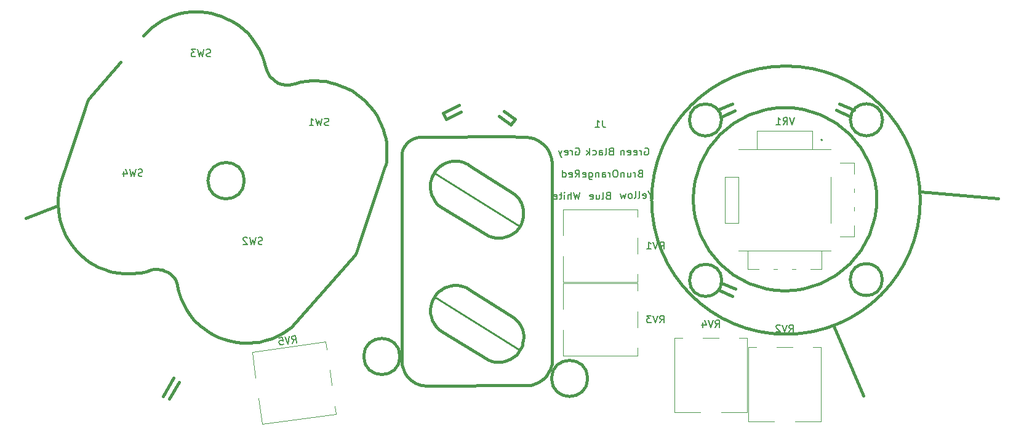
<source format=gbr>
%TF.GenerationSoftware,KiCad,Pcbnew,(6.0.0)*%
%TF.CreationDate,2022-05-12T16:51:59+02:00*%
%TF.ProjectId,Vectrex Pad miniNeoGeo-rounded,56656374-7265-4782-9050-6164206d696e,1.2*%
%TF.SameCoordinates,Original*%
%TF.FileFunction,Legend,Bot*%
%TF.FilePolarity,Positive*%
%FSLAX46Y46*%
G04 Gerber Fmt 4.6, Leading zero omitted, Abs format (unit mm)*
G04 Created by KiCad (PCBNEW (6.0.0)) date 2022-05-12 16:51:59*
%MOMM*%
%LPD*%
G01*
G04 APERTURE LIST*
%ADD10C,0.400000*%
%ADD11C,0.250000*%
%ADD12C,0.150000*%
%ADD13C,0.120000*%
%ADD14C,0.200000*%
G04 APERTURE END LIST*
D10*
X149758400Y-81191100D02*
X149999700Y-81305400D01*
X149771100Y-98298000D02*
X149961600Y-98399600D01*
X113332260Y-95443040D02*
X113959640Y-95605600D01*
X115491260Y-52240180D02*
X116029740Y-52758340D01*
X158323280Y-99316540D02*
X158417260Y-99049840D01*
X143027400Y-77089000D02*
X149758400Y-81191100D01*
X153162000Y-97878900D02*
X153517600Y-97612200D01*
X197213220Y-93629480D02*
X201353420Y-103179880D01*
X91417140Y-72138540D02*
X91013280Y-73332340D01*
X141732000Y-91300300D02*
X141744700Y-91846400D01*
X137550822Y-97795080D02*
G75*
G03*
X137550822Y-97795080I-2491402J0D01*
G01*
X104935020Y-103256080D02*
X106382820Y-100766880D01*
X100799900Y-86365080D02*
X101528880Y-86283800D01*
X139806680Y-67637660D02*
X139479020Y-67741800D01*
X138043920Y-69034660D02*
X137916920Y-69306440D01*
X104569260Y-85824060D02*
X104846120Y-85877400D01*
X142735300Y-76860400D02*
X143027400Y-77089000D01*
X154266900Y-67543680D02*
X153662380Y-67520820D01*
X108884720Y-50289460D02*
X109519720Y-50271680D01*
X97683320Y-86055200D02*
X98122740Y-86174580D01*
X141782800Y-90805000D02*
X141732000Y-91300300D01*
X154203400Y-76619100D02*
X154076400Y-76377800D01*
X99537520Y-86370160D02*
X100241100Y-86390480D01*
X143466820Y-64267080D02*
X143949420Y-65079880D01*
X151955500Y-98463100D02*
X152387300Y-98298000D01*
X150164800Y-98450400D02*
X150583900Y-98526600D01*
X151188420Y-64673480D02*
X152763220Y-65867280D01*
X102567740Y-53235860D02*
X102923340Y-52920900D01*
X143294100Y-88544400D02*
X143040100Y-88709500D01*
X146875500Y-71297800D02*
X146608800Y-71170800D01*
X154012900Y-96926400D02*
X154241500Y-96570800D01*
X144335500Y-70942200D02*
X144106900Y-71005700D01*
X105534460Y-51125120D02*
X106349800Y-50779680D01*
X209202020Y-75112880D02*
X219895420Y-76052680D01*
X154508200Y-95554800D02*
X154546300Y-95148400D01*
X198051420Y-62946280D02*
X200007220Y-63809880D01*
X152763220Y-65867280D02*
X153398220Y-65130680D01*
X138744960Y-68148200D02*
X138480800Y-68389500D01*
X153492200Y-75615800D02*
X153263600Y-75438000D01*
X117701060Y-54668420D02*
X118160800Y-55435500D01*
X141947900Y-72974200D02*
X141833600Y-73329800D01*
X181389020Y-63784480D02*
X183268620Y-62946280D01*
X106634280Y-87208360D02*
X106809540Y-87591900D01*
X95303340Y-85062060D02*
X96111060Y-85465920D01*
X156852620Y-68224400D02*
X156400500Y-67945000D01*
X156801820Y-101224080D02*
X157076140Y-101031040D01*
X158440120Y-70957440D02*
X158419800Y-70787260D01*
X123903740Y-59977020D02*
X124653040Y-59852560D01*
X154381200Y-94081600D02*
X154241500Y-93713300D01*
X138958320Y-100980240D02*
X139329160Y-101267260D01*
X101528880Y-86283800D02*
X101920040Y-86235540D01*
X147027900Y-88519000D02*
X146710400Y-88315800D01*
X151066500Y-98539300D02*
X151536400Y-98526600D01*
X181823154Y-87304880D02*
G75*
G03*
X181823154Y-87304880I-2212134J0D01*
G01*
X155806140Y-101648260D02*
X156032200Y-101566980D01*
X107094020Y-88833960D02*
X107424220Y-89844880D01*
X119915940Y-95295720D02*
X120474740Y-95051880D01*
X119618760Y-95415100D02*
X119915940Y-95295720D01*
X147078700Y-71437500D02*
X146875500Y-71297800D01*
X98803460Y-86276180D02*
X99537520Y-86370160D01*
X125361700Y-59786520D02*
X126083060Y-59786520D01*
X124653040Y-59852560D02*
X125361700Y-59786520D01*
X153822400Y-80137000D02*
X154038300Y-79819500D01*
X157855920Y-69265800D02*
X157619700Y-68920360D01*
X135580120Y-67726560D02*
X135684260Y-68437760D01*
X112880140Y-50838100D02*
X113619280Y-51173380D01*
X154495500Y-94500700D02*
X154381200Y-94081600D01*
X100241100Y-86390480D02*
X100799900Y-86365080D01*
X203156846Y-76128880D02*
G75*
G03*
X203156846Y-76128880I-12623826J0D01*
G01*
X110825280Y-50365660D02*
X111554260Y-50482500D01*
X153504900Y-92684600D02*
X153238200Y-92468700D01*
X154330400Y-79197200D02*
X154419300Y-78892400D01*
X121282460Y-60276740D02*
X121790460Y-60391040D01*
X154228800Y-79476600D02*
X154330400Y-79197200D01*
X154495500Y-78562200D02*
X154520900Y-78206600D01*
X109519720Y-50271680D02*
X110220760Y-50299620D01*
X94576900Y-62626240D02*
X91417140Y-72138540D01*
X110634780Y-94013020D02*
X111340900Y-94505780D01*
X140756640Y-101790500D02*
X141069060Y-101820980D01*
X132651500Y-62456060D02*
X133352540Y-63195200D01*
X126083060Y-59786520D02*
X126784100Y-59824620D01*
X122664220Y-60314840D02*
X123096020Y-60170060D01*
X130134360Y-60764420D02*
X131018280Y-61236860D01*
X153187400Y-80759300D02*
X153530300Y-80479900D01*
X135656320Y-70977760D02*
X135587740Y-71338440D01*
X107185460Y-50530760D02*
X107886500Y-50396140D01*
X143522700Y-71247000D02*
X143230600Y-71437500D01*
X158511240Y-98356420D02*
X158440120Y-70967600D01*
X158417260Y-99049840D02*
X158470600Y-98861880D01*
X112237520Y-50673000D02*
X112880140Y-50838100D01*
X157345380Y-100850700D02*
X157581600Y-100606860D01*
X137792460Y-69715380D02*
X137774680Y-70104000D01*
X111340900Y-94505780D02*
X111927640Y-94828360D01*
X145986500Y-70954900D02*
X145630900Y-70891400D01*
X94183200Y-84300060D02*
X94736920Y-84711540D01*
X120474740Y-95051880D02*
X121135140Y-94726760D01*
X113619280Y-51173380D02*
X114368580Y-51518820D01*
X142481300Y-72123300D02*
X142265400Y-72402700D01*
X146710400Y-88315800D02*
X146177000Y-88112600D01*
X120167400Y-59690000D02*
X120733820Y-60083700D01*
X90528140Y-77670660D02*
X90622120Y-78437740D01*
X203946700Y-65181480D02*
G75*
G03*
X203946700Y-65181480I-2212280J0D01*
G01*
X157299660Y-68580000D02*
X156852620Y-68224400D01*
X118910100Y-95618300D02*
X119618760Y-95415100D01*
X181820820Y-87711280D02*
X183675020Y-88473280D01*
X128818640Y-60246260D02*
X129463800Y-60495180D01*
X153822400Y-93027500D02*
X153504900Y-92684600D01*
X99118420Y-57210960D02*
X94698820Y-62311280D01*
X140451840Y-101739700D02*
X140756640Y-101790500D01*
X163376919Y-100817680D02*
G75*
G03*
X163376919Y-100817680I-2485699J0D01*
G01*
X106809540Y-87591900D02*
X106923840Y-87990680D01*
X114924840Y-51874420D02*
X115491260Y-52240180D01*
X150583900Y-98526600D02*
X151066500Y-98539300D01*
X146278600Y-71043800D02*
X145986500Y-70954900D01*
X144526000Y-88036400D02*
X144030700Y-88176100D01*
X119044720Y-57779920D02*
X119265700Y-58519060D01*
X142290800Y-89535000D02*
X142049500Y-89979500D01*
X155227020Y-101760020D02*
X155508960Y-101719380D01*
X138341100Y-100233480D02*
X138582400Y-100591620D01*
X104274620Y-85783420D02*
X104569260Y-85824060D01*
X122555000Y-93771720D02*
X131384040Y-83830160D01*
X98122740Y-86174580D02*
X98803460Y-86276180D01*
X154076400Y-76377800D02*
X153885900Y-76060300D01*
X104002840Y-85763100D02*
X104274620Y-85783420D01*
X143230600Y-71437500D02*
X143014700Y-71602600D01*
X126784100Y-59824620D02*
X127302260Y-59883040D01*
X139479020Y-67741800D02*
X139138660Y-67906900D01*
X154861260Y-101782880D02*
X155227020Y-101760020D01*
X118140480Y-95801180D02*
X118910100Y-95618300D01*
X90838020Y-73893680D02*
X90647520Y-74660760D01*
X154241500Y-93713300D02*
X154051000Y-93357700D01*
X142201900Y-93218000D02*
X142557500Y-93687900D01*
X103268780Y-85864700D02*
X103652320Y-85783420D01*
X158135320Y-99755960D02*
X158244540Y-99532440D01*
X106349800Y-50779680D02*
X107185460Y-50530760D01*
X142379700Y-76428600D02*
X142735300Y-76860400D01*
X109230160Y-92745560D02*
X110007400Y-93512640D01*
X135470900Y-71716900D02*
X131518660Y-83439000D01*
X145834100Y-88023700D02*
X145440400Y-87998300D01*
X139745720Y-101485700D02*
X140012420Y-101602540D01*
X131018280Y-61236860D02*
X131919980Y-61851540D01*
X139329160Y-101267260D02*
X139745720Y-101485700D01*
X121716800Y-94371160D02*
X122161300Y-94073980D01*
X157076140Y-101031040D02*
X157345380Y-100850700D01*
X115902740Y-95915480D02*
X116763800Y-95940880D01*
X92422980Y-82471260D02*
X93050360Y-83248500D01*
X153695400Y-75831700D02*
X153492200Y-75615800D01*
X135722360Y-69166740D02*
X135732520Y-69850000D01*
X153398220Y-65130680D02*
X151899620Y-64013080D01*
X203915899Y-87203280D02*
G75*
G03*
X203915899Y-87203280I-2206879J0D01*
G01*
X154444700Y-95910400D02*
X154508200Y-95554800D01*
X107424220Y-89844880D02*
X107835700Y-90708480D01*
X102694740Y-86060280D02*
X103268780Y-85864700D01*
X103977440Y-52026820D02*
X104833420Y-51498500D01*
X158498540Y-98640900D02*
X158511240Y-98356420D01*
X154520900Y-77863700D02*
X154482800Y-77508100D01*
X91848940Y-81602580D02*
X92422980Y-82471260D01*
X154482800Y-77508100D02*
X154419300Y-77203300D01*
X153238200Y-92468700D02*
X147027900Y-88519000D01*
X110220760Y-50299620D02*
X110825280Y-50365660D01*
X155963620Y-67749420D02*
X155425140Y-67602100D01*
X142875000Y-88823800D02*
X142570200Y-89141300D01*
X158470600Y-98861880D02*
X158498540Y-98640900D01*
X138148060Y-99888040D02*
X138341100Y-100233480D01*
X154038300Y-79819500D02*
X154228800Y-79476600D01*
X107886500Y-50396140D02*
X108884720Y-50289460D01*
X117152420Y-53891180D02*
X117701060Y-54668420D01*
X118872000Y-57116980D02*
X119044720Y-57779920D01*
X153885900Y-76060300D02*
X153695400Y-75831700D01*
X135684260Y-68437760D02*
X135722360Y-69166740D01*
X107835700Y-90708480D02*
X108198920Y-91368880D01*
X181389020Y-88625680D02*
X183268620Y-89489280D01*
X129463800Y-60495180D02*
X130134360Y-60764420D01*
X152781000Y-81051400D02*
X153187400Y-80759300D01*
X91160600Y-80205580D02*
X91518740Y-81008220D01*
X149999700Y-81305400D02*
X150304500Y-81381600D01*
X115051840Y-95846900D02*
X115902740Y-95915480D01*
D11*
X142275560Y-89575640D02*
X154043380Y-96944180D01*
D10*
X122161300Y-94073980D02*
X122555000Y-93771720D01*
X181786945Y-65206880D02*
G75*
G03*
X181786945Y-65206880I-2205563J0D01*
G01*
X106222800Y-86700360D02*
X106446320Y-86944200D01*
X146177000Y-88112600D02*
X145834100Y-88023700D01*
X90622120Y-78437740D02*
X90817700Y-79240380D01*
X116606320Y-53286660D02*
X117152420Y-53891180D01*
X149961600Y-98399600D02*
X150164800Y-98450400D01*
X158244540Y-99532440D02*
X158323280Y-99316540D01*
X123096020Y-60170060D02*
X123903740Y-59977020D01*
X151053800Y-81470500D02*
X151574500Y-81432400D01*
X143243300Y-94322900D02*
X149771100Y-98298000D01*
X143040100Y-88709500D02*
X142875000Y-88823800D01*
X128127760Y-60073540D02*
X128818640Y-60246260D01*
X105958640Y-86451440D02*
X106222800Y-86700360D01*
X143662400Y-88328500D02*
X143294100Y-88544400D01*
X121135140Y-94726760D02*
X121716800Y-94371160D01*
X157792420Y-100327460D02*
X157998160Y-99997260D01*
X134792720Y-65432940D02*
X135234680Y-66545460D01*
X119628920Y-59171840D02*
X120167400Y-59690000D01*
X120733820Y-60083700D02*
X121282460Y-60276740D01*
X158054040Y-69623940D02*
X157855920Y-69265800D01*
X157998160Y-99997260D02*
X158135320Y-99755960D01*
X105643680Y-86194900D02*
X105958640Y-86451440D01*
X118160800Y-55435500D02*
X118582440Y-56357520D01*
X134388860Y-64635380D02*
X134792720Y-65432940D01*
X133352540Y-63195200D02*
X133967220Y-63982600D01*
X145651220Y-63124080D02*
X143466820Y-64267080D01*
X143014700Y-71602600D02*
X142709900Y-71843900D01*
X144030700Y-88176100D02*
X143662400Y-88328500D01*
X146608800Y-71170800D02*
X146278600Y-71043800D01*
X141719300Y-73787000D02*
X141693900Y-74218800D01*
X138480800Y-68389500D02*
X138244580Y-68704460D01*
X153517600Y-97612200D02*
X153784300Y-97307400D01*
X153784300Y-97307400D02*
X154012900Y-96926400D01*
X97063560Y-85859620D02*
X97683320Y-86055200D01*
X137774680Y-70104000D02*
X137797540Y-98582480D01*
X152387300Y-98298000D02*
X152793700Y-98120200D01*
X133967220Y-63982600D02*
X134388860Y-64635380D01*
X152438100Y-81178400D02*
X152781000Y-81051400D01*
X102229920Y-86182200D02*
X102694740Y-86060280D01*
X141833600Y-73329800D02*
X141719300Y-73787000D01*
X101920040Y-86235540D02*
X102229920Y-86182200D01*
X131518660Y-83439000D02*
X131384040Y-83830160D01*
X151536400Y-98526600D02*
X151955500Y-98463100D01*
X142100300Y-75933300D02*
X142379700Y-76428600D01*
X135587740Y-71338440D02*
X135470900Y-71716900D01*
X154241500Y-96570800D02*
X154368500Y-96266000D01*
D11*
X142214600Y-72456040D02*
X153984960Y-79860140D01*
D10*
X93050360Y-83248500D02*
X93609160Y-83807300D01*
X155508960Y-101719380D02*
X155806140Y-101648260D01*
X116029740Y-52758340D02*
X116606320Y-53286660D01*
X90451940Y-76880720D02*
X90528140Y-77670660D01*
X139138660Y-67906900D02*
X138744960Y-68148200D01*
X150660100Y-81445100D02*
X151053800Y-81470500D01*
X110007400Y-93512640D02*
X110634780Y-94013020D01*
X142557500Y-93687900D02*
X142824200Y-93980000D01*
X137820400Y-98930460D02*
X137949940Y-99405440D01*
X154051000Y-93357700D02*
X153822400Y-93027500D01*
X106446320Y-86944200D02*
X106634280Y-87208360D01*
X112590580Y-95145860D02*
X113332260Y-95443040D01*
X116763800Y-95940880D02*
X117703600Y-95841820D01*
X154419300Y-77203300D02*
X154317700Y-76898500D01*
X156032200Y-101566980D02*
X156436060Y-101414580D01*
X143827500Y-71120000D02*
X143522700Y-71247000D01*
X152095200Y-81305400D02*
X152438100Y-81178400D01*
X113959640Y-95605600D02*
X115051840Y-95846900D01*
X91013280Y-73332340D02*
X90838020Y-73893680D01*
X153530300Y-80479900D02*
X153822400Y-80137000D01*
X153662380Y-67520820D02*
X153220420Y-67508120D01*
X209137974Y-76255880D02*
G75*
G03*
X209137974Y-76255880I-18477954J0D01*
G01*
X137797540Y-98582480D02*
X137820400Y-98930460D01*
X135732520Y-69850000D02*
X135694420Y-70545960D01*
X142709900Y-71843900D02*
X142481300Y-72123300D01*
X91518740Y-81008220D02*
X91848940Y-81602580D01*
X103652320Y-85783420D02*
X104002840Y-85763100D01*
X142824200Y-93980000D02*
X143243300Y-94322900D01*
X156436060Y-101414580D02*
X156801820Y-101224080D01*
X199575420Y-64724280D02*
X197568820Y-63860680D01*
X142265400Y-72402700D02*
X142100300Y-72682100D01*
X105407460Y-86088220D02*
X105643680Y-86194900D01*
X140319760Y-67581780D02*
X140083540Y-67589400D01*
X144106900Y-71005700D02*
X143827500Y-71120000D01*
X106923840Y-87990680D02*
X107017820Y-88468200D01*
X117703600Y-95841820D02*
X118140480Y-95801180D01*
X102268020Y-53581300D02*
X102567740Y-53235860D01*
X90472260Y-76050140D02*
X90451940Y-76880720D01*
X131919980Y-61851540D02*
X132651500Y-62456060D01*
X138582400Y-100591620D02*
X138958320Y-100980240D01*
X105163620Y-85994240D02*
X105407460Y-86088220D01*
X155021280Y-67556380D02*
X154266900Y-67543680D01*
X93609160Y-83807300D02*
X94183200Y-84300060D01*
X156400500Y-67945000D02*
X155963620Y-67749420D01*
X140012420Y-101602540D02*
X140451840Y-101739700D01*
X103372920Y-52451000D02*
X103977440Y-52026820D01*
X155425140Y-67602100D02*
X155021280Y-67556380D01*
X135694420Y-70545960D02*
X135656320Y-70977760D01*
X152793700Y-98120200D02*
X153162000Y-97878900D01*
X116137406Y-73570000D02*
G75*
G03*
X116137406Y-73570000I-2507406J0D01*
G01*
X145440400Y-87998300D02*
X145008600Y-87985600D01*
X102923340Y-52920900D02*
X103372920Y-52451000D01*
X138244580Y-68704460D02*
X138043920Y-69034660D01*
X135387080Y-67063620D02*
X135580120Y-67726560D01*
X142570200Y-89141300D02*
X142290800Y-89535000D01*
X122290840Y-60363100D02*
X122664220Y-60314840D01*
X154533600Y-94881700D02*
X154495500Y-94500700D01*
X141871700Y-75501500D02*
X142100300Y-75933300D01*
X90401140Y-77071220D02*
X86080600Y-78709520D01*
X154317700Y-76898500D02*
X154203400Y-76619100D01*
X137949940Y-99405440D02*
X138148060Y-99888040D01*
X94698820Y-62311280D02*
X94576900Y-62626240D01*
X154520900Y-78206600D02*
X154520900Y-77863700D01*
X143949420Y-65079880D02*
X145905220Y-64063880D01*
X150304500Y-81381600D02*
X150660100Y-81445100D01*
X141770100Y-75057000D02*
X141871700Y-75501500D01*
X154368500Y-96266000D02*
X154444700Y-95910400D01*
X108198920Y-91368880D02*
X108699300Y-92090240D01*
X104833420Y-51498500D02*
X105534460Y-51125120D01*
X141693900Y-74676000D02*
X141770100Y-75057000D01*
X105773220Y-103637080D02*
X107195620Y-101351080D01*
X158361380Y-70482460D02*
X158234380Y-70027800D01*
X142100300Y-72682100D02*
X141947900Y-72974200D01*
X90647520Y-74660760D02*
X90548460Y-75430380D01*
X137916920Y-69306440D02*
X137792460Y-69715380D01*
X96111060Y-85465920D02*
X97063560Y-85859620D01*
X94736920Y-84711540D02*
X95303340Y-85062060D01*
X145630900Y-70891400D02*
X145389600Y-70853300D01*
X135234680Y-66545460D02*
X135387080Y-67063620D01*
X119265700Y-58519060D02*
X119628920Y-59171840D01*
X90548460Y-75430380D02*
X90472260Y-76050140D01*
X140083540Y-67589400D02*
X139806680Y-67637660D01*
X111927640Y-94828360D02*
X112590580Y-95145860D01*
X121790460Y-60391040D02*
X122290840Y-60363100D01*
X181846220Y-64724280D02*
X183598820Y-63936880D01*
X111554260Y-50482500D02*
X112237520Y-50673000D01*
X141897100Y-90385900D02*
X141782800Y-90805000D01*
X145389600Y-70853300D02*
X145110200Y-70840600D01*
X141069060Y-101820980D02*
X154861260Y-101782880D01*
X145008600Y-87985600D02*
X144526000Y-88036400D01*
X157619700Y-68920360D02*
X157299660Y-68580000D01*
X157581600Y-100606860D02*
X157792420Y-100327460D01*
X153263600Y-75438000D02*
X147078700Y-71437500D01*
X141693900Y-74218800D02*
X141693900Y-74676000D01*
X141986000Y-92786200D02*
X142201900Y-93218000D01*
X144729200Y-70878700D02*
X144335500Y-70942200D01*
X154546300Y-95148400D02*
X154533600Y-94881700D01*
X141833600Y-92341700D02*
X141986000Y-92786200D01*
X142049500Y-89979500D02*
X141897100Y-90385900D01*
X108699300Y-92090240D02*
X109230160Y-92745560D01*
X145110200Y-70840600D02*
X144729200Y-70878700D01*
X90817700Y-79240380D02*
X91160600Y-80205580D01*
X154419300Y-78892400D02*
X154495500Y-78562200D01*
X153220420Y-67508120D02*
X140319760Y-67581780D01*
X151574500Y-81432400D02*
X152095200Y-81305400D01*
X104846120Y-85877400D02*
X105163620Y-85994240D01*
X114368580Y-51518820D02*
X114924840Y-51874420D01*
X127302260Y-59883040D02*
X128127760Y-60073540D01*
X158419800Y-70787260D02*
X158361380Y-70482460D01*
X158234380Y-70027800D02*
X158054040Y-69623940D01*
X107017820Y-88468200D02*
X107094020Y-88833960D01*
X141744700Y-91846400D02*
X141833600Y-92341700D01*
X118582440Y-56357520D02*
X118872000Y-57116980D01*
D12*
%TO.C,J1*%
X165433333Y-65238380D02*
X165433333Y-65952666D01*
X165480952Y-66095523D01*
X165576190Y-66190761D01*
X165719047Y-66238380D01*
X165814285Y-66238380D01*
X164433333Y-66238380D02*
X165004761Y-66238380D01*
X164719047Y-66238380D02*
X164719047Y-65238380D01*
X164814285Y-65381238D01*
X164909523Y-65476476D01*
X165004761Y-65524095D01*
X161700595Y-69096000D02*
X161795833Y-69048380D01*
X161938690Y-69048380D01*
X162081547Y-69096000D01*
X162176785Y-69191238D01*
X162224404Y-69286476D01*
X162272023Y-69476952D01*
X162272023Y-69619809D01*
X162224404Y-69810285D01*
X162176785Y-69905523D01*
X162081547Y-70000761D01*
X161938690Y-70048380D01*
X161843452Y-70048380D01*
X161700595Y-70000761D01*
X161652976Y-69953142D01*
X161652976Y-69619809D01*
X161843452Y-69619809D01*
X161224404Y-70048380D02*
X161224404Y-69381714D01*
X161224404Y-69572190D02*
X161176785Y-69476952D01*
X161129166Y-69429333D01*
X161033928Y-69381714D01*
X160938690Y-69381714D01*
X160224404Y-70000761D02*
X160319642Y-70048380D01*
X160510119Y-70048380D01*
X160605357Y-70000761D01*
X160652976Y-69905523D01*
X160652976Y-69524571D01*
X160605357Y-69429333D01*
X160510119Y-69381714D01*
X160319642Y-69381714D01*
X160224404Y-69429333D01*
X160176785Y-69524571D01*
X160176785Y-69619809D01*
X160652976Y-69715047D01*
X159843452Y-69381714D02*
X159605357Y-70048380D01*
X159367261Y-69381714D02*
X159605357Y-70048380D01*
X159700595Y-70286476D01*
X159748214Y-70334095D01*
X159843452Y-70381714D01*
X166576190Y-69524571D02*
X166433333Y-69572190D01*
X166385714Y-69619809D01*
X166338095Y-69715047D01*
X166338095Y-69857904D01*
X166385714Y-69953142D01*
X166433333Y-70000761D01*
X166528571Y-70048380D01*
X166909523Y-70048380D01*
X166909523Y-69048380D01*
X166576190Y-69048380D01*
X166480952Y-69096000D01*
X166433333Y-69143619D01*
X166385714Y-69238857D01*
X166385714Y-69334095D01*
X166433333Y-69429333D01*
X166480952Y-69476952D01*
X166576190Y-69524571D01*
X166909523Y-69524571D01*
X165766666Y-70048380D02*
X165861904Y-70000761D01*
X165909523Y-69905523D01*
X165909523Y-69048380D01*
X164957142Y-70048380D02*
X164957142Y-69524571D01*
X165004761Y-69429333D01*
X165100000Y-69381714D01*
X165290476Y-69381714D01*
X165385714Y-69429333D01*
X164957142Y-70000761D02*
X165052380Y-70048380D01*
X165290476Y-70048380D01*
X165385714Y-70000761D01*
X165433333Y-69905523D01*
X165433333Y-69810285D01*
X165385714Y-69715047D01*
X165290476Y-69667428D01*
X165052380Y-69667428D01*
X164957142Y-69619809D01*
X164052380Y-70000761D02*
X164147619Y-70048380D01*
X164338095Y-70048380D01*
X164433333Y-70000761D01*
X164480952Y-69953142D01*
X164528571Y-69857904D01*
X164528571Y-69572190D01*
X164480952Y-69476952D01*
X164433333Y-69429333D01*
X164338095Y-69381714D01*
X164147619Y-69381714D01*
X164052380Y-69429333D01*
X163623809Y-70048380D02*
X163623809Y-69048380D01*
X163528571Y-69667428D02*
X163242857Y-70048380D01*
X163242857Y-69381714D02*
X163623809Y-69762666D01*
X167290476Y-72096380D02*
X167100000Y-72096380D01*
X167004761Y-72144000D01*
X166909523Y-72239238D01*
X166861904Y-72429714D01*
X166861904Y-72763047D01*
X166909523Y-72953523D01*
X167004761Y-73048761D01*
X167100000Y-73096380D01*
X167290476Y-73096380D01*
X167385714Y-73048761D01*
X167480952Y-72953523D01*
X167528571Y-72763047D01*
X167528571Y-72429714D01*
X167480952Y-72239238D01*
X167385714Y-72144000D01*
X167290476Y-72096380D01*
X166433333Y-73096380D02*
X166433333Y-72429714D01*
X166433333Y-72620190D02*
X166385714Y-72524952D01*
X166338095Y-72477333D01*
X166242857Y-72429714D01*
X166147619Y-72429714D01*
X165385714Y-73096380D02*
X165385714Y-72572571D01*
X165433333Y-72477333D01*
X165528571Y-72429714D01*
X165719047Y-72429714D01*
X165814285Y-72477333D01*
X165385714Y-73048761D02*
X165480952Y-73096380D01*
X165719047Y-73096380D01*
X165814285Y-73048761D01*
X165861904Y-72953523D01*
X165861904Y-72858285D01*
X165814285Y-72763047D01*
X165719047Y-72715428D01*
X165480952Y-72715428D01*
X165385714Y-72667809D01*
X164909523Y-72429714D02*
X164909523Y-73096380D01*
X164909523Y-72524952D02*
X164861904Y-72477333D01*
X164766666Y-72429714D01*
X164623809Y-72429714D01*
X164528571Y-72477333D01*
X164480952Y-72572571D01*
X164480952Y-73096380D01*
X163576190Y-72429714D02*
X163576190Y-73239238D01*
X163623809Y-73334476D01*
X163671428Y-73382095D01*
X163766666Y-73429714D01*
X163909523Y-73429714D01*
X164004761Y-73382095D01*
X163576190Y-73048761D02*
X163671428Y-73096380D01*
X163861904Y-73096380D01*
X163957142Y-73048761D01*
X164004761Y-73001142D01*
X164052380Y-72905904D01*
X164052380Y-72620190D01*
X164004761Y-72524952D01*
X163957142Y-72477333D01*
X163861904Y-72429714D01*
X163671428Y-72429714D01*
X163576190Y-72477333D01*
X162719047Y-73048761D02*
X162814285Y-73096380D01*
X163004761Y-73096380D01*
X163100000Y-73048761D01*
X163147619Y-72953523D01*
X163147619Y-72572571D01*
X163100000Y-72477333D01*
X163004761Y-72429714D01*
X162814285Y-72429714D01*
X162719047Y-72477333D01*
X162671428Y-72572571D01*
X162671428Y-72667809D01*
X163147619Y-72763047D01*
X172023214Y-75541190D02*
X172023214Y-76017380D01*
X172356547Y-75017380D02*
X172023214Y-75541190D01*
X171689880Y-75017380D01*
X170975595Y-75969761D02*
X171070833Y-76017380D01*
X171261309Y-76017380D01*
X171356547Y-75969761D01*
X171404166Y-75874523D01*
X171404166Y-75493571D01*
X171356547Y-75398333D01*
X171261309Y-75350714D01*
X171070833Y-75350714D01*
X170975595Y-75398333D01*
X170927976Y-75493571D01*
X170927976Y-75588809D01*
X171404166Y-75684047D01*
X170356547Y-76017380D02*
X170451785Y-75969761D01*
X170499404Y-75874523D01*
X170499404Y-75017380D01*
X169832738Y-76017380D02*
X169927976Y-75969761D01*
X169975595Y-75874523D01*
X169975595Y-75017380D01*
X169308928Y-76017380D02*
X169404166Y-75969761D01*
X169451785Y-75922142D01*
X169499404Y-75826904D01*
X169499404Y-75541190D01*
X169451785Y-75445952D01*
X169404166Y-75398333D01*
X169308928Y-75350714D01*
X169166071Y-75350714D01*
X169070833Y-75398333D01*
X169023214Y-75445952D01*
X168975595Y-75541190D01*
X168975595Y-75826904D01*
X169023214Y-75922142D01*
X169070833Y-75969761D01*
X169166071Y-76017380D01*
X169308928Y-76017380D01*
X168642261Y-75350714D02*
X168451785Y-76017380D01*
X168261309Y-75541190D01*
X168070833Y-76017380D01*
X167880357Y-75350714D01*
X171213690Y-69096000D02*
X171308928Y-69048380D01*
X171451785Y-69048380D01*
X171594642Y-69096000D01*
X171689880Y-69191238D01*
X171737500Y-69286476D01*
X171785119Y-69476952D01*
X171785119Y-69619809D01*
X171737500Y-69810285D01*
X171689880Y-69905523D01*
X171594642Y-70000761D01*
X171451785Y-70048380D01*
X171356547Y-70048380D01*
X171213690Y-70000761D01*
X171166071Y-69953142D01*
X171166071Y-69619809D01*
X171356547Y-69619809D01*
X170737500Y-70048380D02*
X170737500Y-69381714D01*
X170737500Y-69572190D02*
X170689880Y-69476952D01*
X170642261Y-69429333D01*
X170547023Y-69381714D01*
X170451785Y-69381714D01*
X169737500Y-70000761D02*
X169832738Y-70048380D01*
X170023214Y-70048380D01*
X170118452Y-70000761D01*
X170166071Y-69905523D01*
X170166071Y-69524571D01*
X170118452Y-69429333D01*
X170023214Y-69381714D01*
X169832738Y-69381714D01*
X169737500Y-69429333D01*
X169689880Y-69524571D01*
X169689880Y-69619809D01*
X170166071Y-69715047D01*
X168880357Y-70000761D02*
X168975595Y-70048380D01*
X169166071Y-70048380D01*
X169261309Y-70000761D01*
X169308928Y-69905523D01*
X169308928Y-69524571D01*
X169261309Y-69429333D01*
X169166071Y-69381714D01*
X168975595Y-69381714D01*
X168880357Y-69429333D01*
X168832738Y-69524571D01*
X168832738Y-69619809D01*
X169308928Y-69715047D01*
X168404166Y-69381714D02*
X168404166Y-70048380D01*
X168404166Y-69476952D02*
X168356547Y-69429333D01*
X168261309Y-69381714D01*
X168118452Y-69381714D01*
X168023214Y-69429333D01*
X167975595Y-69524571D01*
X167975595Y-70048380D01*
X166171428Y-75620571D02*
X166028571Y-75668190D01*
X165980952Y-75715809D01*
X165933333Y-75811047D01*
X165933333Y-75953904D01*
X165980952Y-76049142D01*
X166028571Y-76096761D01*
X166123809Y-76144380D01*
X166504761Y-76144380D01*
X166504761Y-75144380D01*
X166171428Y-75144380D01*
X166076190Y-75192000D01*
X166028571Y-75239619D01*
X165980952Y-75334857D01*
X165980952Y-75430095D01*
X166028571Y-75525333D01*
X166076190Y-75572952D01*
X166171428Y-75620571D01*
X166504761Y-75620571D01*
X165361904Y-76144380D02*
X165457142Y-76096761D01*
X165504761Y-76001523D01*
X165504761Y-75144380D01*
X164552380Y-75477714D02*
X164552380Y-76144380D01*
X164980952Y-75477714D02*
X164980952Y-76001523D01*
X164933333Y-76096761D01*
X164838095Y-76144380D01*
X164695238Y-76144380D01*
X164600000Y-76096761D01*
X164552380Y-76049142D01*
X163695238Y-76096761D02*
X163790476Y-76144380D01*
X163980952Y-76144380D01*
X164076190Y-76096761D01*
X164123809Y-76001523D01*
X164123809Y-75620571D01*
X164076190Y-75525333D01*
X163980952Y-75477714D01*
X163790476Y-75477714D01*
X163695238Y-75525333D01*
X163647619Y-75620571D01*
X163647619Y-75715809D01*
X164123809Y-75811047D01*
X161652976Y-73096380D02*
X161986309Y-72620190D01*
X162224404Y-73096380D02*
X162224404Y-72096380D01*
X161843452Y-72096380D01*
X161748214Y-72144000D01*
X161700595Y-72191619D01*
X161652976Y-72286857D01*
X161652976Y-72429714D01*
X161700595Y-72524952D01*
X161748214Y-72572571D01*
X161843452Y-72620190D01*
X162224404Y-72620190D01*
X160843452Y-73048761D02*
X160938690Y-73096380D01*
X161129166Y-73096380D01*
X161224404Y-73048761D01*
X161272023Y-72953523D01*
X161272023Y-72572571D01*
X161224404Y-72477333D01*
X161129166Y-72429714D01*
X160938690Y-72429714D01*
X160843452Y-72477333D01*
X160795833Y-72572571D01*
X160795833Y-72667809D01*
X161272023Y-72763047D01*
X159938690Y-73096380D02*
X159938690Y-72096380D01*
X159938690Y-73048761D02*
X160033928Y-73096380D01*
X160224404Y-73096380D01*
X160319642Y-73048761D01*
X160367261Y-73001142D01*
X160414880Y-72905904D01*
X160414880Y-72620190D01*
X160367261Y-72524952D01*
X160319642Y-72477333D01*
X160224404Y-72429714D01*
X160033928Y-72429714D01*
X159938690Y-72477333D01*
X162319642Y-75144380D02*
X162081547Y-76144380D01*
X161891071Y-75430095D01*
X161700595Y-76144380D01*
X161462500Y-75144380D01*
X161081547Y-76144380D02*
X161081547Y-75144380D01*
X160652976Y-76144380D02*
X160652976Y-75620571D01*
X160700595Y-75525333D01*
X160795833Y-75477714D01*
X160938690Y-75477714D01*
X161033928Y-75525333D01*
X161081547Y-75572952D01*
X160176785Y-76144380D02*
X160176785Y-75477714D01*
X160176785Y-75144380D02*
X160224404Y-75192000D01*
X160176785Y-75239619D01*
X160129166Y-75192000D01*
X160176785Y-75144380D01*
X160176785Y-75239619D01*
X159843452Y-75477714D02*
X159462500Y-75477714D01*
X159700595Y-75144380D02*
X159700595Y-76001523D01*
X159652976Y-76096761D01*
X159557738Y-76144380D01*
X159462500Y-76144380D01*
X158748214Y-76096761D02*
X158843452Y-76144380D01*
X159033928Y-76144380D01*
X159129166Y-76096761D01*
X159176785Y-76001523D01*
X159176785Y-75620571D01*
X159129166Y-75525333D01*
X159033928Y-75477714D01*
X158843452Y-75477714D01*
X158748214Y-75525333D01*
X158700595Y-75620571D01*
X158700595Y-75715809D01*
X159176785Y-75811047D01*
X170594642Y-72572571D02*
X170451785Y-72620190D01*
X170404166Y-72667809D01*
X170356547Y-72763047D01*
X170356547Y-72905904D01*
X170404166Y-73001142D01*
X170451785Y-73048761D01*
X170547023Y-73096380D01*
X170927976Y-73096380D01*
X170927976Y-72096380D01*
X170594642Y-72096380D01*
X170499404Y-72144000D01*
X170451785Y-72191619D01*
X170404166Y-72286857D01*
X170404166Y-72382095D01*
X170451785Y-72477333D01*
X170499404Y-72524952D01*
X170594642Y-72572571D01*
X170927976Y-72572571D01*
X169927976Y-73096380D02*
X169927976Y-72429714D01*
X169927976Y-72620190D02*
X169880357Y-72524952D01*
X169832738Y-72477333D01*
X169737500Y-72429714D01*
X169642261Y-72429714D01*
X168880357Y-72429714D02*
X168880357Y-73096380D01*
X169308928Y-72429714D02*
X169308928Y-72953523D01*
X169261309Y-73048761D01*
X169166071Y-73096380D01*
X169023214Y-73096380D01*
X168927976Y-73048761D01*
X168880357Y-73001142D01*
X168404166Y-72429714D02*
X168404166Y-73096380D01*
X168404166Y-72524952D02*
X168356547Y-72477333D01*
X168261309Y-72429714D01*
X168118452Y-72429714D01*
X168023214Y-72477333D01*
X167975595Y-72572571D01*
X167975595Y-73096380D01*
%TO.C,*%
%TO.C,VR1*%
X191842543Y-64857380D02*
X191509210Y-65857380D01*
X191175877Y-64857380D01*
X190271115Y-65857380D02*
X190604448Y-65381190D01*
X190842543Y-65857380D02*
X190842543Y-64857380D01*
X190461591Y-64857380D01*
X190366353Y-64905000D01*
X190318734Y-64952619D01*
X190271115Y-65047857D01*
X190271115Y-65190714D01*
X190318734Y-65285952D01*
X190366353Y-65333571D01*
X190461591Y-65381190D01*
X190842543Y-65381190D01*
X189318734Y-65857380D02*
X189890162Y-65857380D01*
X189604448Y-65857380D02*
X189604448Y-64857380D01*
X189699686Y-65000238D01*
X189794924Y-65095476D01*
X189890162Y-65143095D01*
%TO.C,SW2*%
X118630533Y-82319761D02*
X118487676Y-82367380D01*
X118249580Y-82367380D01*
X118154342Y-82319761D01*
X118106723Y-82272142D01*
X118059104Y-82176904D01*
X118059104Y-82081666D01*
X118106723Y-81986428D01*
X118154342Y-81938809D01*
X118249580Y-81891190D01*
X118440057Y-81843571D01*
X118535295Y-81795952D01*
X118582914Y-81748333D01*
X118630533Y-81653095D01*
X118630533Y-81557857D01*
X118582914Y-81462619D01*
X118535295Y-81415000D01*
X118440057Y-81367380D01*
X118201961Y-81367380D01*
X118059104Y-81415000D01*
X117725771Y-81367380D02*
X117487676Y-82367380D01*
X117297200Y-81653095D01*
X117106723Y-82367380D01*
X116868628Y-81367380D01*
X116535295Y-81462619D02*
X116487676Y-81415000D01*
X116392438Y-81367380D01*
X116154342Y-81367380D01*
X116059104Y-81415000D01*
X116011485Y-81462619D01*
X115963866Y-81557857D01*
X115963866Y-81653095D01*
X116011485Y-81795952D01*
X116582914Y-82367380D01*
X115963866Y-82367380D01*
%TO.C,SW3*%
X111493133Y-56437161D02*
X111350276Y-56484780D01*
X111112180Y-56484780D01*
X111016942Y-56437161D01*
X110969323Y-56389542D01*
X110921704Y-56294304D01*
X110921704Y-56199066D01*
X110969323Y-56103828D01*
X111016942Y-56056209D01*
X111112180Y-56008590D01*
X111302657Y-55960971D01*
X111397895Y-55913352D01*
X111445514Y-55865733D01*
X111493133Y-55770495D01*
X111493133Y-55675257D01*
X111445514Y-55580019D01*
X111397895Y-55532400D01*
X111302657Y-55484780D01*
X111064561Y-55484780D01*
X110921704Y-55532400D01*
X110588371Y-55484780D02*
X110350276Y-56484780D01*
X110159800Y-55770495D01*
X109969323Y-56484780D01*
X109731228Y-55484780D01*
X109445514Y-55484780D02*
X108826466Y-55484780D01*
X109159800Y-55865733D01*
X109016942Y-55865733D01*
X108921704Y-55913352D01*
X108874085Y-55960971D01*
X108826466Y-56056209D01*
X108826466Y-56294304D01*
X108874085Y-56389542D01*
X108921704Y-56437161D01*
X109016942Y-56484780D01*
X109302657Y-56484780D01*
X109397895Y-56437161D01*
X109445514Y-56389542D01*
%TO.C,RV3*%
X173315238Y-93162380D02*
X173648571Y-92686190D01*
X173886666Y-93162380D02*
X173886666Y-92162380D01*
X173505714Y-92162380D01*
X173410476Y-92210000D01*
X173362857Y-92257619D01*
X173315238Y-92352857D01*
X173315238Y-92495714D01*
X173362857Y-92590952D01*
X173410476Y-92638571D01*
X173505714Y-92686190D01*
X173886666Y-92686190D01*
X173029523Y-92162380D02*
X172696190Y-93162380D01*
X172362857Y-92162380D01*
X172124761Y-92162380D02*
X171505714Y-92162380D01*
X171839047Y-92543333D01*
X171696190Y-92543333D01*
X171600952Y-92590952D01*
X171553333Y-92638571D01*
X171505714Y-92733809D01*
X171505714Y-92971904D01*
X171553333Y-93067142D01*
X171600952Y-93114761D01*
X171696190Y-93162380D01*
X171981904Y-93162380D01*
X172077142Y-93114761D01*
X172124761Y-93067142D01*
%TO.C,RV1*%
X173315238Y-83002380D02*
X173648571Y-82526190D01*
X173886666Y-83002380D02*
X173886666Y-82002380D01*
X173505714Y-82002380D01*
X173410476Y-82050000D01*
X173362857Y-82097619D01*
X173315238Y-82192857D01*
X173315238Y-82335714D01*
X173362857Y-82430952D01*
X173410476Y-82478571D01*
X173505714Y-82526190D01*
X173886666Y-82526190D01*
X173029523Y-82002380D02*
X172696190Y-83002380D01*
X172362857Y-82002380D01*
X171505714Y-83002380D02*
X172077142Y-83002380D01*
X171791428Y-83002380D02*
X171791428Y-82002380D01*
X171886666Y-82145238D01*
X171981904Y-82240476D01*
X172077142Y-82288095D01*
%TO.C,RV2*%
X191095238Y-94432380D02*
X191428571Y-93956190D01*
X191666666Y-94432380D02*
X191666666Y-93432380D01*
X191285714Y-93432380D01*
X191190476Y-93480000D01*
X191142857Y-93527619D01*
X191095238Y-93622857D01*
X191095238Y-93765714D01*
X191142857Y-93860952D01*
X191190476Y-93908571D01*
X191285714Y-93956190D01*
X191666666Y-93956190D01*
X190809523Y-93432380D02*
X190476190Y-94432380D01*
X190142857Y-93432380D01*
X189857142Y-93527619D02*
X189809523Y-93480000D01*
X189714285Y-93432380D01*
X189476190Y-93432380D01*
X189380952Y-93480000D01*
X189333333Y-93527619D01*
X189285714Y-93622857D01*
X189285714Y-93718095D01*
X189333333Y-93860952D01*
X189904761Y-94432380D01*
X189285714Y-94432380D01*
%TO.C,SW1*%
X127749133Y-65936761D02*
X127606276Y-65984380D01*
X127368180Y-65984380D01*
X127272942Y-65936761D01*
X127225323Y-65889142D01*
X127177704Y-65793904D01*
X127177704Y-65698666D01*
X127225323Y-65603428D01*
X127272942Y-65555809D01*
X127368180Y-65508190D01*
X127558657Y-65460571D01*
X127653895Y-65412952D01*
X127701514Y-65365333D01*
X127749133Y-65270095D01*
X127749133Y-65174857D01*
X127701514Y-65079619D01*
X127653895Y-65032000D01*
X127558657Y-64984380D01*
X127320561Y-64984380D01*
X127177704Y-65032000D01*
X126844371Y-64984380D02*
X126606276Y-65984380D01*
X126415800Y-65270095D01*
X126225323Y-65984380D01*
X125987228Y-64984380D01*
X125082466Y-65984380D02*
X125653895Y-65984380D01*
X125368180Y-65984380D02*
X125368180Y-64984380D01*
X125463419Y-65127238D01*
X125558657Y-65222476D01*
X125653895Y-65270095D01*
%TO.C,SW4*%
X102120533Y-72921761D02*
X101977676Y-72969380D01*
X101739580Y-72969380D01*
X101644342Y-72921761D01*
X101596723Y-72874142D01*
X101549104Y-72778904D01*
X101549104Y-72683666D01*
X101596723Y-72588428D01*
X101644342Y-72540809D01*
X101739580Y-72493190D01*
X101930057Y-72445571D01*
X102025295Y-72397952D01*
X102072914Y-72350333D01*
X102120533Y-72255095D01*
X102120533Y-72159857D01*
X102072914Y-72064619D01*
X102025295Y-72017000D01*
X101930057Y-71969380D01*
X101691961Y-71969380D01*
X101549104Y-72017000D01*
X101215771Y-71969380D02*
X100977676Y-72969380D01*
X100787200Y-72255095D01*
X100596723Y-72969380D01*
X100358628Y-71969380D01*
X99549104Y-72302714D02*
X99549104Y-72969380D01*
X99787200Y-71921761D02*
X100025295Y-72636047D01*
X99406247Y-72636047D01*
%TO.C,RV5*%
X122767216Y-95970737D02*
X123031032Y-95452790D01*
X123333084Y-95891209D02*
X123193910Y-94900941D01*
X122816665Y-94953960D01*
X122728981Y-95014370D01*
X122688453Y-95068153D01*
X122654552Y-95169091D01*
X122674434Y-95310558D01*
X122734844Y-95398242D01*
X122788627Y-95438770D01*
X122889566Y-95472671D01*
X123266811Y-95419653D01*
X122345109Y-95020232D02*
X122154193Y-96056892D01*
X121684930Y-95113015D01*
X120883285Y-95225678D02*
X121354841Y-95159406D01*
X121468270Y-95624334D01*
X121414487Y-95583806D01*
X121313548Y-95549905D01*
X121077770Y-95583042D01*
X120990086Y-95643452D01*
X120949558Y-95697235D01*
X120915657Y-95798173D01*
X120948793Y-96033951D01*
X121009203Y-96121635D01*
X121062986Y-96162164D01*
X121163925Y-96196065D01*
X121399703Y-96162928D01*
X121487387Y-96102518D01*
X121527915Y-96048735D01*
%TO.C,RV4*%
X180935238Y-93797380D02*
X181268571Y-93321190D01*
X181506666Y-93797380D02*
X181506666Y-92797380D01*
X181125714Y-92797380D01*
X181030476Y-92845000D01*
X180982857Y-92892619D01*
X180935238Y-92987857D01*
X180935238Y-93130714D01*
X180982857Y-93225952D01*
X181030476Y-93273571D01*
X181125714Y-93321190D01*
X181506666Y-93321190D01*
X180649523Y-92797380D02*
X180316190Y-93797380D01*
X179982857Y-92797380D01*
X179220952Y-93130714D02*
X179220952Y-93797380D01*
X179459047Y-92749761D02*
X179697142Y-93464047D01*
X179078095Y-93464047D01*
D13*
%TO.C,VR1*%
X182245000Y-73025000D02*
X182245000Y-79375000D01*
X184150000Y-73025000D02*
X182245000Y-73025000D01*
X192024000Y-85725000D02*
X191516000Y-85725000D01*
X200025000Y-75184000D02*
X200025000Y-74676000D01*
X189484000Y-85725000D02*
X188976000Y-85725000D01*
X200025000Y-71120000D02*
X198120000Y-71120000D01*
X195580000Y-85725000D02*
X194056000Y-85725000D01*
X184150000Y-73025000D02*
X184150000Y-79375000D01*
X196850000Y-79375000D02*
X196850000Y-73025000D01*
X186690000Y-66675000D02*
X186690000Y-69215000D01*
X184150000Y-83185000D02*
X196850000Y-83185000D01*
X196850000Y-69215000D02*
X184150000Y-69215000D01*
X195580000Y-85725000D02*
X195580000Y-83185000D01*
X194310000Y-66675000D02*
X186690000Y-66675000D01*
X182245000Y-79375000D02*
X184150000Y-79375000D01*
X200025000Y-77724000D02*
X200025000Y-77216000D01*
X194310000Y-69215000D02*
X194310000Y-66675000D01*
X200025000Y-72644000D02*
X200025000Y-71120000D01*
X186944000Y-85725000D02*
X185420000Y-85725000D01*
X198120000Y-81280000D02*
X200025000Y-81280000D01*
X200025000Y-81280000D02*
X200025000Y-79756000D01*
X185420000Y-85725000D02*
X185420000Y-83185000D01*
D14*
X195680000Y-67945000D02*
G75*
G03*
X195680000Y-67945000I-100000J0D01*
G01*
D13*
%TO.C,RV3*%
X170220000Y-96610000D02*
X170220000Y-97705000D01*
X159980000Y-94110000D02*
X159980000Y-97705000D01*
X170220000Y-97705000D02*
X159980000Y-97705000D01*
X170220000Y-87664000D02*
X170220000Y-88759000D01*
X159980000Y-87664000D02*
X159980000Y-91260000D01*
X170220000Y-87664000D02*
X159980000Y-87664000D01*
X170220000Y-91611000D02*
X170220000Y-93760000D01*
%TO.C,RV1*%
X170220000Y-77504000D02*
X170220000Y-78599000D01*
X170220000Y-81451000D02*
X170220000Y-83600000D01*
X159980000Y-77504000D02*
X159980000Y-81100000D01*
X170220000Y-87545000D02*
X159980000Y-87545000D01*
X159980000Y-83950000D02*
X159980000Y-87545000D01*
X170220000Y-77504000D02*
X159980000Y-77504000D01*
X170220000Y-86450000D02*
X170220000Y-87545000D01*
%TO.C,RV2*%
X189401000Y-96480000D02*
X191550000Y-96480000D01*
X194400000Y-96480000D02*
X195495000Y-96480000D01*
X185454000Y-96480000D02*
X185454000Y-106720000D01*
X195495000Y-96480000D02*
X195495000Y-106720000D01*
X185454000Y-96480000D02*
X186549000Y-96480000D01*
X191900000Y-106720000D02*
X195495000Y-106720000D01*
X185454000Y-106720000D02*
X189050000Y-106720000D01*
%TO.C,RV5*%
X127342111Y-95761093D02*
X127494506Y-96845437D01*
X127891428Y-99669681D02*
X128190510Y-101797767D01*
X128739548Y-105704375D02*
X118599203Y-107129507D01*
X118098876Y-103569494D02*
X118599203Y-107129507D01*
X128587154Y-104620031D02*
X128739548Y-105704375D01*
X117201766Y-97186226D02*
X117702233Y-100747230D01*
X127342111Y-95761093D02*
X117201766Y-97186226D01*
%TO.C,RV4*%
X185335000Y-95210000D02*
X185335000Y-105450000D01*
X175294000Y-95210000D02*
X176389000Y-95210000D01*
X175294000Y-95210000D02*
X175294000Y-105450000D01*
X184240000Y-95210000D02*
X185335000Y-95210000D01*
X181740000Y-105450000D02*
X185335000Y-105450000D01*
X175294000Y-105450000D02*
X178890000Y-105450000D01*
X179241000Y-95210000D02*
X181390000Y-95210000D01*
%TD*%
M02*

</source>
